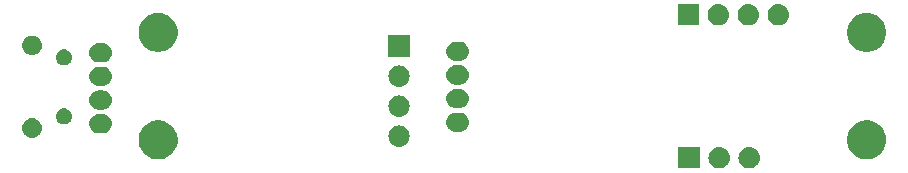
<source format=gbs>
G04 #@! TF.GenerationSoftware,KiCad,Pcbnew,(5.1.2)-1*
G04 #@! TF.CreationDate,2021-06-02T21:36:33+09:00*
G04 #@! TF.ProjectId,es,65732e6b-6963-4616-945f-706362585858,v1.3*
G04 #@! TF.SameCoordinates,Original*
G04 #@! TF.FileFunction,Soldermask,Bot*
G04 #@! TF.FilePolarity,Negative*
%FSLAX46Y46*%
G04 Gerber Fmt 4.6, Leading zero omitted, Abs format (unit mm)*
G04 Created by KiCad (PCBNEW (5.1.2)-1) date 2021-06-02 21:36:33*
%MOMM*%
%LPD*%
G04 APERTURE LIST*
%ADD10C,0.100000*%
G04 APERTURE END LIST*
D10*
G36*
X192861000Y-93401000D02*
G01*
X191059000Y-93401000D01*
X191059000Y-91599000D01*
X192861000Y-91599000D01*
X192861000Y-93401000D01*
X192861000Y-93401000D01*
G37*
G36*
X197150442Y-91605518D02*
G01*
X197216627Y-91612037D01*
X197386466Y-91663557D01*
X197542991Y-91747222D01*
X197578729Y-91776552D01*
X197680186Y-91859814D01*
X197763448Y-91961271D01*
X197792778Y-91997009D01*
X197876443Y-92153534D01*
X197927963Y-92323373D01*
X197945359Y-92500000D01*
X197927963Y-92676627D01*
X197876443Y-92846466D01*
X197792778Y-93002991D01*
X197763448Y-93038729D01*
X197680186Y-93140186D01*
X197578729Y-93223448D01*
X197542991Y-93252778D01*
X197386466Y-93336443D01*
X197216627Y-93387963D01*
X197150443Y-93394481D01*
X197084260Y-93401000D01*
X196995740Y-93401000D01*
X196929558Y-93394482D01*
X196863373Y-93387963D01*
X196693534Y-93336443D01*
X196537009Y-93252778D01*
X196501271Y-93223448D01*
X196399814Y-93140186D01*
X196316552Y-93038729D01*
X196287222Y-93002991D01*
X196203557Y-92846466D01*
X196152037Y-92676627D01*
X196134641Y-92500000D01*
X196152037Y-92323373D01*
X196203557Y-92153534D01*
X196287222Y-91997009D01*
X196316552Y-91961271D01*
X196399814Y-91859814D01*
X196501271Y-91776552D01*
X196537009Y-91747222D01*
X196693534Y-91663557D01*
X196863373Y-91612037D01*
X196929557Y-91605519D01*
X196995740Y-91599000D01*
X197084260Y-91599000D01*
X197150442Y-91605518D01*
X197150442Y-91605518D01*
G37*
G36*
X194610442Y-91605518D02*
G01*
X194676627Y-91612037D01*
X194846466Y-91663557D01*
X195002991Y-91747222D01*
X195038729Y-91776552D01*
X195140186Y-91859814D01*
X195223448Y-91961271D01*
X195252778Y-91997009D01*
X195336443Y-92153534D01*
X195387963Y-92323373D01*
X195405359Y-92500000D01*
X195387963Y-92676627D01*
X195336443Y-92846466D01*
X195252778Y-93002991D01*
X195223448Y-93038729D01*
X195140186Y-93140186D01*
X195038729Y-93223448D01*
X195002991Y-93252778D01*
X194846466Y-93336443D01*
X194676627Y-93387963D01*
X194610443Y-93394481D01*
X194544260Y-93401000D01*
X194455740Y-93401000D01*
X194389558Y-93394482D01*
X194323373Y-93387963D01*
X194153534Y-93336443D01*
X193997009Y-93252778D01*
X193961271Y-93223448D01*
X193859814Y-93140186D01*
X193776552Y-93038729D01*
X193747222Y-93002991D01*
X193663557Y-92846466D01*
X193612037Y-92676627D01*
X193594641Y-92500000D01*
X193612037Y-92323373D01*
X193663557Y-92153534D01*
X193747222Y-91997009D01*
X193776552Y-91961271D01*
X193859814Y-91859814D01*
X193961271Y-91776552D01*
X193997009Y-91747222D01*
X194153534Y-91663557D01*
X194323373Y-91612037D01*
X194389557Y-91605519D01*
X194455740Y-91599000D01*
X194544260Y-91599000D01*
X194610442Y-91605518D01*
X194610442Y-91605518D01*
G37*
G36*
X207375256Y-89391298D02*
G01*
X207481579Y-89412447D01*
X207782042Y-89536903D01*
X208052451Y-89717585D01*
X208282415Y-89947549D01*
X208463097Y-90217958D01*
X208587553Y-90518421D01*
X208608702Y-90624744D01*
X208651000Y-90837389D01*
X208651000Y-91162611D01*
X208646946Y-91182991D01*
X208587553Y-91481579D01*
X208463097Y-91782042D01*
X208282415Y-92052451D01*
X208052451Y-92282415D01*
X207782042Y-92463097D01*
X207481579Y-92587553D01*
X207375256Y-92608702D01*
X207162611Y-92651000D01*
X206837389Y-92651000D01*
X206624744Y-92608702D01*
X206518421Y-92587553D01*
X206217958Y-92463097D01*
X205947549Y-92282415D01*
X205717585Y-92052451D01*
X205536903Y-91782042D01*
X205412447Y-91481579D01*
X205353054Y-91182991D01*
X205349000Y-91162611D01*
X205349000Y-90837389D01*
X205391298Y-90624744D01*
X205412447Y-90518421D01*
X205536903Y-90217958D01*
X205717585Y-89947549D01*
X205947549Y-89717585D01*
X206217958Y-89536903D01*
X206518421Y-89412447D01*
X206624744Y-89391298D01*
X206837389Y-89349000D01*
X207162611Y-89349000D01*
X207375256Y-89391298D01*
X207375256Y-89391298D01*
G37*
G36*
X147375256Y-89391298D02*
G01*
X147481579Y-89412447D01*
X147782042Y-89536903D01*
X148052451Y-89717585D01*
X148282415Y-89947549D01*
X148463097Y-90217958D01*
X148587553Y-90518421D01*
X148608702Y-90624744D01*
X148651000Y-90837389D01*
X148651000Y-91162611D01*
X148646946Y-91182991D01*
X148587553Y-91481579D01*
X148463097Y-91782042D01*
X148282415Y-92052451D01*
X148052451Y-92282415D01*
X147782042Y-92463097D01*
X147481579Y-92587553D01*
X147375256Y-92608702D01*
X147162611Y-92651000D01*
X146837389Y-92651000D01*
X146624744Y-92608702D01*
X146518421Y-92587553D01*
X146217958Y-92463097D01*
X145947549Y-92282415D01*
X145717585Y-92052451D01*
X145536903Y-91782042D01*
X145412447Y-91481579D01*
X145353054Y-91182991D01*
X145349000Y-91162611D01*
X145349000Y-90837389D01*
X145391298Y-90624744D01*
X145412447Y-90518421D01*
X145536903Y-90217958D01*
X145717585Y-89947549D01*
X145947549Y-89717585D01*
X146217958Y-89536903D01*
X146518421Y-89412447D01*
X146624744Y-89391298D01*
X146837389Y-89349000D01*
X147162611Y-89349000D01*
X147375256Y-89391298D01*
X147375256Y-89391298D01*
G37*
G36*
X167510443Y-89785519D02*
G01*
X167576627Y-89792037D01*
X167746466Y-89843557D01*
X167902991Y-89927222D01*
X167927759Y-89947549D01*
X168040186Y-90039814D01*
X168123448Y-90141271D01*
X168152778Y-90177009D01*
X168236443Y-90333534D01*
X168287963Y-90503373D01*
X168305359Y-90680000D01*
X168287963Y-90856627D01*
X168236443Y-91026466D01*
X168152778Y-91182991D01*
X168123448Y-91218729D01*
X168040186Y-91320186D01*
X167938729Y-91403448D01*
X167902991Y-91432778D01*
X167746466Y-91516443D01*
X167576627Y-91567963D01*
X167510442Y-91574482D01*
X167444260Y-91581000D01*
X167355740Y-91581000D01*
X167289558Y-91574482D01*
X167223373Y-91567963D01*
X167053534Y-91516443D01*
X166897009Y-91432778D01*
X166861271Y-91403448D01*
X166759814Y-91320186D01*
X166676552Y-91218729D01*
X166647222Y-91182991D01*
X166563557Y-91026466D01*
X166512037Y-90856627D01*
X166494641Y-90680000D01*
X166512037Y-90503373D01*
X166563557Y-90333534D01*
X166647222Y-90177009D01*
X166676552Y-90141271D01*
X166759814Y-90039814D01*
X166872241Y-89947549D01*
X166897009Y-89927222D01*
X167053534Y-89843557D01*
X167223373Y-89792037D01*
X167289557Y-89785519D01*
X167355740Y-89779000D01*
X167444260Y-89779000D01*
X167510443Y-89785519D01*
X167510443Y-89785519D01*
G37*
G36*
X136431248Y-89179976D02*
G01*
X136491924Y-89185952D01*
X136647626Y-89233184D01*
X136647628Y-89233185D01*
X136791121Y-89309883D01*
X136916896Y-89413104D01*
X137020117Y-89538879D01*
X137088181Y-89666219D01*
X137096816Y-89682374D01*
X137144048Y-89838076D01*
X137159996Y-90000000D01*
X137144048Y-90161924D01*
X137098219Y-90313000D01*
X137096815Y-90317628D01*
X137020117Y-90461121D01*
X136916896Y-90586896D01*
X136791121Y-90690117D01*
X136647628Y-90766815D01*
X136647626Y-90766816D01*
X136491924Y-90814048D01*
X136431248Y-90820024D01*
X136370574Y-90826000D01*
X136289426Y-90826000D01*
X136228752Y-90820024D01*
X136168076Y-90814048D01*
X136012374Y-90766816D01*
X136012372Y-90766815D01*
X135868879Y-90690117D01*
X135743104Y-90586896D01*
X135639883Y-90461121D01*
X135563185Y-90317628D01*
X135561781Y-90313000D01*
X135515952Y-90161924D01*
X135500004Y-90000000D01*
X135515952Y-89838076D01*
X135563184Y-89682374D01*
X135571819Y-89666219D01*
X135639883Y-89538879D01*
X135743104Y-89413104D01*
X135868879Y-89309883D01*
X136012372Y-89233185D01*
X136012374Y-89233184D01*
X136168076Y-89185952D01*
X136228752Y-89179976D01*
X136289426Y-89174000D01*
X136370574Y-89174000D01*
X136431248Y-89179976D01*
X136431248Y-89179976D01*
G37*
G36*
X142347747Y-88810921D02*
G01*
X142427376Y-88818764D01*
X142580627Y-88865252D01*
X142580630Y-88865253D01*
X142721863Y-88940744D01*
X142845659Y-89042341D01*
X142947256Y-89166137D01*
X143022747Y-89307370D01*
X143022748Y-89307373D01*
X143069236Y-89460624D01*
X143084933Y-89620000D01*
X143069236Y-89779376D01*
X143022748Y-89932627D01*
X143022747Y-89932630D01*
X142947256Y-90073863D01*
X142845659Y-90197659D01*
X142721863Y-90299256D01*
X142580630Y-90374747D01*
X142580627Y-90374748D01*
X142427376Y-90421236D01*
X142347747Y-90429079D01*
X142307934Y-90433000D01*
X141952066Y-90433000D01*
X141912253Y-90429079D01*
X141832624Y-90421236D01*
X141679373Y-90374748D01*
X141679370Y-90374747D01*
X141538137Y-90299256D01*
X141414341Y-90197659D01*
X141312744Y-90073863D01*
X141237253Y-89932630D01*
X141237252Y-89932627D01*
X141190764Y-89779376D01*
X141175067Y-89620000D01*
X141190764Y-89460624D01*
X141237252Y-89307373D01*
X141237253Y-89307370D01*
X141312744Y-89166137D01*
X141414341Y-89042341D01*
X141538137Y-88940744D01*
X141679370Y-88865253D01*
X141679373Y-88865252D01*
X141832624Y-88818764D01*
X141912253Y-88810921D01*
X141952066Y-88807000D01*
X142307934Y-88807000D01*
X142347747Y-88810921D01*
X142347747Y-88810921D01*
G37*
G36*
X172577747Y-88690921D02*
G01*
X172657376Y-88698764D01*
X172810627Y-88745252D01*
X172810630Y-88745253D01*
X172951863Y-88820744D01*
X173075659Y-88922341D01*
X173177256Y-89046137D01*
X173252747Y-89187370D01*
X173252748Y-89187373D01*
X173299236Y-89340624D01*
X173314933Y-89500000D01*
X173299236Y-89659376D01*
X173258994Y-89792037D01*
X173252747Y-89812630D01*
X173177256Y-89953863D01*
X173075659Y-90077659D01*
X172951863Y-90179256D01*
X172810630Y-90254747D01*
X172810627Y-90254748D01*
X172657376Y-90301236D01*
X172577747Y-90309079D01*
X172537934Y-90313000D01*
X172182066Y-90313000D01*
X172142253Y-90309079D01*
X172062624Y-90301236D01*
X171909373Y-90254748D01*
X171909370Y-90254747D01*
X171768137Y-90179256D01*
X171644341Y-90077659D01*
X171542744Y-89953863D01*
X171467253Y-89812630D01*
X171461006Y-89792037D01*
X171420764Y-89659376D01*
X171405067Y-89500000D01*
X171420764Y-89340624D01*
X171467252Y-89187373D01*
X171467253Y-89187370D01*
X171542744Y-89046137D01*
X171644341Y-88922341D01*
X171768137Y-88820744D01*
X171909370Y-88745253D01*
X171909373Y-88745252D01*
X172062624Y-88698764D01*
X172142253Y-88690921D01*
X172182066Y-88687000D01*
X172537934Y-88687000D01*
X172577747Y-88690921D01*
X172577747Y-88690921D01*
G37*
G36*
X139162517Y-88333781D02*
G01*
X139289946Y-88372436D01*
X139407383Y-88435208D01*
X139510317Y-88519683D01*
X139594792Y-88622617D01*
X139657564Y-88740054D01*
X139696219Y-88867483D01*
X139709270Y-89000000D01*
X139696219Y-89132517D01*
X139657564Y-89259946D01*
X139594792Y-89377383D01*
X139510317Y-89480317D01*
X139407383Y-89564792D01*
X139289946Y-89627564D01*
X139162517Y-89666219D01*
X139063205Y-89676000D01*
X138996795Y-89676000D01*
X138897483Y-89666219D01*
X138770054Y-89627564D01*
X138652617Y-89564792D01*
X138549683Y-89480317D01*
X138465208Y-89377383D01*
X138402436Y-89259946D01*
X138363781Y-89132517D01*
X138350730Y-89000000D01*
X138363781Y-88867483D01*
X138402436Y-88740054D01*
X138465208Y-88622617D01*
X138549683Y-88519683D01*
X138652617Y-88435208D01*
X138770054Y-88372436D01*
X138897483Y-88333781D01*
X138996795Y-88324000D01*
X139063205Y-88324000D01*
X139162517Y-88333781D01*
X139162517Y-88333781D01*
G37*
G36*
X167510442Y-87245518D02*
G01*
X167576627Y-87252037D01*
X167746466Y-87303557D01*
X167902991Y-87387222D01*
X167938729Y-87416552D01*
X168040186Y-87499814D01*
X168123448Y-87601271D01*
X168152778Y-87637009D01*
X168236443Y-87793534D01*
X168287963Y-87963373D01*
X168305359Y-88140000D01*
X168287963Y-88316627D01*
X168236443Y-88486466D01*
X168236442Y-88486468D01*
X168194611Y-88564728D01*
X168152778Y-88642991D01*
X168123448Y-88678729D01*
X168040186Y-88780186D01*
X167938729Y-88863448D01*
X167902991Y-88892778D01*
X167746466Y-88976443D01*
X167576627Y-89027963D01*
X167510442Y-89034482D01*
X167444260Y-89041000D01*
X167355740Y-89041000D01*
X167289558Y-89034482D01*
X167223373Y-89027963D01*
X167053534Y-88976443D01*
X166897009Y-88892778D01*
X166861271Y-88863448D01*
X166759814Y-88780186D01*
X166676552Y-88678729D01*
X166647222Y-88642991D01*
X166605389Y-88564728D01*
X166563558Y-88486468D01*
X166563557Y-88486466D01*
X166512037Y-88316627D01*
X166494641Y-88140000D01*
X166512037Y-87963373D01*
X166563557Y-87793534D01*
X166647222Y-87637009D01*
X166676552Y-87601271D01*
X166759814Y-87499814D01*
X166861271Y-87416552D01*
X166897009Y-87387222D01*
X167053534Y-87303557D01*
X167223373Y-87252037D01*
X167289558Y-87245518D01*
X167355740Y-87239000D01*
X167444260Y-87239000D01*
X167510442Y-87245518D01*
X167510442Y-87245518D01*
G37*
G36*
X142347747Y-86810921D02*
G01*
X142427376Y-86818764D01*
X142580627Y-86865252D01*
X142580630Y-86865253D01*
X142721863Y-86940744D01*
X142845659Y-87042341D01*
X142947256Y-87166137D01*
X143022747Y-87307370D01*
X143022748Y-87307373D01*
X143069236Y-87460624D01*
X143084933Y-87620000D01*
X143069236Y-87779376D01*
X143022748Y-87932627D01*
X143022747Y-87932630D01*
X142947256Y-88073863D01*
X142845659Y-88197659D01*
X142721863Y-88299256D01*
X142580630Y-88374747D01*
X142580627Y-88374748D01*
X142427376Y-88421236D01*
X142347747Y-88429079D01*
X142307934Y-88433000D01*
X141952066Y-88433000D01*
X141912253Y-88429079D01*
X141832624Y-88421236D01*
X141679373Y-88374748D01*
X141679370Y-88374747D01*
X141538137Y-88299256D01*
X141414341Y-88197659D01*
X141312744Y-88073863D01*
X141237253Y-87932630D01*
X141237252Y-87932627D01*
X141190764Y-87779376D01*
X141175067Y-87620000D01*
X141190764Y-87460624D01*
X141237252Y-87307373D01*
X141237253Y-87307370D01*
X141312744Y-87166137D01*
X141414341Y-87042341D01*
X141538137Y-86940744D01*
X141679370Y-86865253D01*
X141679373Y-86865252D01*
X141832624Y-86818764D01*
X141912253Y-86810921D01*
X141952066Y-86807000D01*
X142307934Y-86807000D01*
X142347747Y-86810921D01*
X142347747Y-86810921D01*
G37*
G36*
X172577747Y-86690921D02*
G01*
X172657376Y-86698764D01*
X172810627Y-86745252D01*
X172810630Y-86745253D01*
X172951863Y-86820744D01*
X173075659Y-86922341D01*
X173177256Y-87046137D01*
X173252747Y-87187370D01*
X173252748Y-87187373D01*
X173299236Y-87340624D01*
X173314933Y-87500000D01*
X173299236Y-87659376D01*
X173258540Y-87793532D01*
X173252747Y-87812630D01*
X173177256Y-87953863D01*
X173075659Y-88077659D01*
X172951863Y-88179256D01*
X172810630Y-88254747D01*
X172810627Y-88254748D01*
X172657376Y-88301236D01*
X172577747Y-88309079D01*
X172537934Y-88313000D01*
X172182066Y-88313000D01*
X172142253Y-88309079D01*
X172062624Y-88301236D01*
X171909373Y-88254748D01*
X171909370Y-88254747D01*
X171768137Y-88179256D01*
X171644341Y-88077659D01*
X171542744Y-87953863D01*
X171467253Y-87812630D01*
X171461460Y-87793532D01*
X171420764Y-87659376D01*
X171405067Y-87500000D01*
X171420764Y-87340624D01*
X171467252Y-87187373D01*
X171467253Y-87187370D01*
X171542744Y-87046137D01*
X171644341Y-86922341D01*
X171768137Y-86820744D01*
X171909370Y-86745253D01*
X171909373Y-86745252D01*
X172062624Y-86698764D01*
X172142253Y-86690921D01*
X172182066Y-86687000D01*
X172537934Y-86687000D01*
X172577747Y-86690921D01*
X172577747Y-86690921D01*
G37*
G36*
X167510442Y-84705518D02*
G01*
X167576627Y-84712037D01*
X167746466Y-84763557D01*
X167902991Y-84847222D01*
X167938729Y-84876552D01*
X168040186Y-84959814D01*
X168111028Y-85046137D01*
X168152778Y-85097009D01*
X168236443Y-85253534D01*
X168287963Y-85423373D01*
X168305359Y-85600000D01*
X168287963Y-85776627D01*
X168236443Y-85946466D01*
X168152778Y-86102991D01*
X168123448Y-86138729D01*
X168040186Y-86240186D01*
X167938729Y-86323448D01*
X167902991Y-86352778D01*
X167746466Y-86436443D01*
X167576627Y-86487963D01*
X167510443Y-86494481D01*
X167444260Y-86501000D01*
X167355740Y-86501000D01*
X167289557Y-86494481D01*
X167223373Y-86487963D01*
X167053534Y-86436443D01*
X166897009Y-86352778D01*
X166861271Y-86323448D01*
X166759814Y-86240186D01*
X166676552Y-86138729D01*
X166647222Y-86102991D01*
X166563557Y-85946466D01*
X166512037Y-85776627D01*
X166494641Y-85600000D01*
X166512037Y-85423373D01*
X166563557Y-85253534D01*
X166647222Y-85097009D01*
X166688972Y-85046137D01*
X166759814Y-84959814D01*
X166861271Y-84876552D01*
X166897009Y-84847222D01*
X167053534Y-84763557D01*
X167223373Y-84712037D01*
X167289558Y-84705518D01*
X167355740Y-84699000D01*
X167444260Y-84699000D01*
X167510442Y-84705518D01*
X167510442Y-84705518D01*
G37*
G36*
X142347747Y-84810921D02*
G01*
X142427376Y-84818764D01*
X142580627Y-84865252D01*
X142580630Y-84865253D01*
X142721863Y-84940744D01*
X142845659Y-85042341D01*
X142947256Y-85166137D01*
X143022747Y-85307370D01*
X143022748Y-85307373D01*
X143069236Y-85460624D01*
X143084933Y-85620000D01*
X143069236Y-85779376D01*
X143022748Y-85932627D01*
X143022747Y-85932630D01*
X142947256Y-86073863D01*
X142845659Y-86197659D01*
X142721863Y-86299256D01*
X142580630Y-86374747D01*
X142580627Y-86374748D01*
X142427376Y-86421236D01*
X142347747Y-86429079D01*
X142307934Y-86433000D01*
X141952066Y-86433000D01*
X141912253Y-86429079D01*
X141832624Y-86421236D01*
X141679373Y-86374748D01*
X141679370Y-86374747D01*
X141538137Y-86299256D01*
X141414341Y-86197659D01*
X141312744Y-86073863D01*
X141237253Y-85932630D01*
X141237252Y-85932627D01*
X141190764Y-85779376D01*
X141175067Y-85620000D01*
X141190764Y-85460624D01*
X141237252Y-85307373D01*
X141237253Y-85307370D01*
X141312744Y-85166137D01*
X141414341Y-85042341D01*
X141538137Y-84940744D01*
X141679370Y-84865253D01*
X141679373Y-84865252D01*
X141832624Y-84818764D01*
X141912253Y-84810921D01*
X141952066Y-84807000D01*
X142307934Y-84807000D01*
X142347747Y-84810921D01*
X142347747Y-84810921D01*
G37*
G36*
X172577747Y-84690921D02*
G01*
X172657376Y-84698764D01*
X172810627Y-84745252D01*
X172810630Y-84745253D01*
X172951863Y-84820744D01*
X173075659Y-84922341D01*
X173177256Y-85046137D01*
X173252747Y-85187370D01*
X173252748Y-85187373D01*
X173299236Y-85340624D01*
X173314933Y-85500000D01*
X173299236Y-85659376D01*
X173252748Y-85812627D01*
X173252747Y-85812630D01*
X173177256Y-85953863D01*
X173075659Y-86077659D01*
X172951863Y-86179256D01*
X172810630Y-86254747D01*
X172810627Y-86254748D01*
X172657376Y-86301236D01*
X172577747Y-86309079D01*
X172537934Y-86313000D01*
X172182066Y-86313000D01*
X172142253Y-86309079D01*
X172062624Y-86301236D01*
X171909373Y-86254748D01*
X171909370Y-86254747D01*
X171768137Y-86179256D01*
X171644341Y-86077659D01*
X171542744Y-85953863D01*
X171467253Y-85812630D01*
X171467252Y-85812627D01*
X171420764Y-85659376D01*
X171405067Y-85500000D01*
X171420764Y-85340624D01*
X171467252Y-85187373D01*
X171467253Y-85187370D01*
X171542744Y-85046137D01*
X171644341Y-84922341D01*
X171768137Y-84820744D01*
X171909370Y-84745253D01*
X171909373Y-84745252D01*
X172062624Y-84698764D01*
X172142253Y-84690921D01*
X172182066Y-84687000D01*
X172537934Y-84687000D01*
X172577747Y-84690921D01*
X172577747Y-84690921D01*
G37*
G36*
X139162517Y-83333781D02*
G01*
X139289946Y-83372436D01*
X139407383Y-83435208D01*
X139510317Y-83519683D01*
X139594792Y-83622617D01*
X139657564Y-83740054D01*
X139696219Y-83867483D01*
X139709270Y-84000000D01*
X139696219Y-84132517D01*
X139657564Y-84259946D01*
X139594792Y-84377383D01*
X139510317Y-84480317D01*
X139407383Y-84564792D01*
X139289946Y-84627564D01*
X139162517Y-84666219D01*
X139063205Y-84676000D01*
X138996795Y-84676000D01*
X138897483Y-84666219D01*
X138770054Y-84627564D01*
X138652617Y-84564792D01*
X138549683Y-84480317D01*
X138465208Y-84377383D01*
X138402436Y-84259946D01*
X138363781Y-84132517D01*
X138350730Y-84000000D01*
X138363781Y-83867483D01*
X138402436Y-83740054D01*
X138465208Y-83622617D01*
X138549683Y-83519683D01*
X138652617Y-83435208D01*
X138770054Y-83372436D01*
X138897483Y-83333781D01*
X138996795Y-83324000D01*
X139063205Y-83324000D01*
X139162517Y-83333781D01*
X139162517Y-83333781D01*
G37*
G36*
X142347747Y-82810921D02*
G01*
X142427376Y-82818764D01*
X142580627Y-82865252D01*
X142580630Y-82865253D01*
X142721863Y-82940744D01*
X142845659Y-83042341D01*
X142947256Y-83166137D01*
X143022747Y-83307370D01*
X143022748Y-83307373D01*
X143069236Y-83460624D01*
X143084933Y-83620000D01*
X143069236Y-83779376D01*
X143042509Y-83867483D01*
X143022747Y-83932630D01*
X142947256Y-84073863D01*
X142845659Y-84197659D01*
X142721863Y-84299256D01*
X142580630Y-84374747D01*
X142580627Y-84374748D01*
X142427376Y-84421236D01*
X142347747Y-84429079D01*
X142307934Y-84433000D01*
X141952066Y-84433000D01*
X141912253Y-84429079D01*
X141832624Y-84421236D01*
X141679373Y-84374748D01*
X141679370Y-84374747D01*
X141538137Y-84299256D01*
X141414341Y-84197659D01*
X141312744Y-84073863D01*
X141237253Y-83932630D01*
X141217491Y-83867483D01*
X141190764Y-83779376D01*
X141175067Y-83620000D01*
X141190764Y-83460624D01*
X141237252Y-83307373D01*
X141237253Y-83307370D01*
X141312744Y-83166137D01*
X141414341Y-83042341D01*
X141538137Y-82940744D01*
X141679370Y-82865253D01*
X141679373Y-82865252D01*
X141832624Y-82818764D01*
X141912253Y-82810921D01*
X141952066Y-82807000D01*
X142307934Y-82807000D01*
X142347747Y-82810921D01*
X142347747Y-82810921D01*
G37*
G36*
X172577747Y-82690921D02*
G01*
X172657376Y-82698764D01*
X172810627Y-82745252D01*
X172810630Y-82745253D01*
X172951863Y-82820744D01*
X173075659Y-82922341D01*
X173177256Y-83046137D01*
X173252747Y-83187370D01*
X173252748Y-83187373D01*
X173299236Y-83340624D01*
X173314933Y-83500000D01*
X173299236Y-83659376D01*
X173252748Y-83812627D01*
X173252747Y-83812630D01*
X173177256Y-83953863D01*
X173075659Y-84077659D01*
X172951863Y-84179256D01*
X172810630Y-84254747D01*
X172810627Y-84254748D01*
X172657376Y-84301236D01*
X172577747Y-84309079D01*
X172537934Y-84313000D01*
X172182066Y-84313000D01*
X172142253Y-84309079D01*
X172062624Y-84301236D01*
X171909373Y-84254748D01*
X171909370Y-84254747D01*
X171768137Y-84179256D01*
X171644341Y-84077659D01*
X171542744Y-83953863D01*
X171467253Y-83812630D01*
X171467252Y-83812627D01*
X171420764Y-83659376D01*
X171405067Y-83500000D01*
X171420764Y-83340624D01*
X171467252Y-83187373D01*
X171467253Y-83187370D01*
X171542744Y-83046137D01*
X171644341Y-82922341D01*
X171768137Y-82820744D01*
X171909370Y-82745253D01*
X171909373Y-82745252D01*
X172062624Y-82698764D01*
X172142253Y-82690921D01*
X172182066Y-82687000D01*
X172537934Y-82687000D01*
X172577747Y-82690921D01*
X172577747Y-82690921D01*
G37*
G36*
X168301000Y-83961000D02*
G01*
X166499000Y-83961000D01*
X166499000Y-82159000D01*
X168301000Y-82159000D01*
X168301000Y-83961000D01*
X168301000Y-83961000D01*
G37*
G36*
X136431248Y-82179976D02*
G01*
X136491924Y-82185952D01*
X136647626Y-82233184D01*
X136647628Y-82233185D01*
X136791121Y-82309883D01*
X136916896Y-82413104D01*
X137020117Y-82538879D01*
X137096639Y-82682042D01*
X137096816Y-82682374D01*
X137144048Y-82838076D01*
X137159996Y-83000000D01*
X137144048Y-83161924D01*
X137136328Y-83187373D01*
X137096815Y-83317628D01*
X137020117Y-83461121D01*
X136916896Y-83586896D01*
X136791121Y-83690117D01*
X136647628Y-83766815D01*
X136647626Y-83766816D01*
X136491924Y-83814048D01*
X136431248Y-83820024D01*
X136370574Y-83826000D01*
X136289426Y-83826000D01*
X136228752Y-83820024D01*
X136168076Y-83814048D01*
X136012374Y-83766816D01*
X136012372Y-83766815D01*
X135868879Y-83690117D01*
X135743104Y-83586896D01*
X135639883Y-83461121D01*
X135563185Y-83317628D01*
X135523672Y-83187373D01*
X135515952Y-83161924D01*
X135500004Y-83000000D01*
X135515952Y-82838076D01*
X135563184Y-82682374D01*
X135563361Y-82682042D01*
X135639883Y-82538879D01*
X135743104Y-82413104D01*
X135868879Y-82309883D01*
X136012372Y-82233185D01*
X136012374Y-82233184D01*
X136168076Y-82185952D01*
X136228752Y-82179976D01*
X136289426Y-82174000D01*
X136370574Y-82174000D01*
X136431248Y-82179976D01*
X136431248Y-82179976D01*
G37*
G36*
X207375256Y-80291298D02*
G01*
X207481579Y-80312447D01*
X207782042Y-80436903D01*
X208052451Y-80617585D01*
X208282415Y-80847549D01*
X208463097Y-81117958D01*
X208587553Y-81418421D01*
X208651000Y-81737391D01*
X208651000Y-82062609D01*
X208587553Y-82381579D01*
X208463097Y-82682042D01*
X208282415Y-82952451D01*
X208052451Y-83182415D01*
X207782042Y-83363097D01*
X207481579Y-83487553D01*
X207375256Y-83508702D01*
X207162611Y-83551000D01*
X206837389Y-83551000D01*
X206624744Y-83508702D01*
X206518421Y-83487553D01*
X206217958Y-83363097D01*
X205947549Y-83182415D01*
X205717585Y-82952451D01*
X205536903Y-82682042D01*
X205412447Y-82381579D01*
X205349000Y-82062609D01*
X205349000Y-81737391D01*
X205412447Y-81418421D01*
X205536903Y-81117958D01*
X205717585Y-80847549D01*
X205947549Y-80617585D01*
X206217958Y-80436903D01*
X206518421Y-80312447D01*
X206624744Y-80291298D01*
X206837389Y-80249000D01*
X207162611Y-80249000D01*
X207375256Y-80291298D01*
X207375256Y-80291298D01*
G37*
G36*
X147375256Y-80291298D02*
G01*
X147481579Y-80312447D01*
X147782042Y-80436903D01*
X148052451Y-80617585D01*
X148282415Y-80847549D01*
X148463097Y-81117958D01*
X148587553Y-81418421D01*
X148651000Y-81737391D01*
X148651000Y-82062609D01*
X148587553Y-82381579D01*
X148463097Y-82682042D01*
X148282415Y-82952451D01*
X148052451Y-83182415D01*
X147782042Y-83363097D01*
X147481579Y-83487553D01*
X147375256Y-83508702D01*
X147162611Y-83551000D01*
X146837389Y-83551000D01*
X146624744Y-83508702D01*
X146518421Y-83487553D01*
X146217958Y-83363097D01*
X145947549Y-83182415D01*
X145717585Y-82952451D01*
X145536903Y-82682042D01*
X145412447Y-82381579D01*
X145349000Y-82062609D01*
X145349000Y-81737391D01*
X145412447Y-81418421D01*
X145536903Y-81117958D01*
X145717585Y-80847549D01*
X145947549Y-80617585D01*
X146217958Y-80436903D01*
X146518421Y-80312447D01*
X146624744Y-80291298D01*
X146837389Y-80249000D01*
X147162611Y-80249000D01*
X147375256Y-80291298D01*
X147375256Y-80291298D01*
G37*
G36*
X192801000Y-81301000D02*
G01*
X190999000Y-81301000D01*
X190999000Y-79499000D01*
X192801000Y-79499000D01*
X192801000Y-81301000D01*
X192801000Y-81301000D01*
G37*
G36*
X194550443Y-79505519D02*
G01*
X194616627Y-79512037D01*
X194786466Y-79563557D01*
X194942991Y-79647222D01*
X194978729Y-79676552D01*
X195080186Y-79759814D01*
X195163448Y-79861271D01*
X195192778Y-79897009D01*
X195276443Y-80053534D01*
X195327963Y-80223373D01*
X195345359Y-80400000D01*
X195327963Y-80576627D01*
X195276443Y-80746466D01*
X195192778Y-80902991D01*
X195163448Y-80938729D01*
X195080186Y-81040186D01*
X194985419Y-81117958D01*
X194942991Y-81152778D01*
X194786466Y-81236443D01*
X194616627Y-81287963D01*
X194550442Y-81294482D01*
X194484260Y-81301000D01*
X194395740Y-81301000D01*
X194329558Y-81294482D01*
X194263373Y-81287963D01*
X194093534Y-81236443D01*
X193937009Y-81152778D01*
X193894581Y-81117958D01*
X193799814Y-81040186D01*
X193716552Y-80938729D01*
X193687222Y-80902991D01*
X193603557Y-80746466D01*
X193552037Y-80576627D01*
X193534641Y-80400000D01*
X193552037Y-80223373D01*
X193603557Y-80053534D01*
X193687222Y-79897009D01*
X193716552Y-79861271D01*
X193799814Y-79759814D01*
X193901271Y-79676552D01*
X193937009Y-79647222D01*
X194093534Y-79563557D01*
X194263373Y-79512037D01*
X194329557Y-79505519D01*
X194395740Y-79499000D01*
X194484260Y-79499000D01*
X194550443Y-79505519D01*
X194550443Y-79505519D01*
G37*
G36*
X197090443Y-79505519D02*
G01*
X197156627Y-79512037D01*
X197326466Y-79563557D01*
X197482991Y-79647222D01*
X197518729Y-79676552D01*
X197620186Y-79759814D01*
X197703448Y-79861271D01*
X197732778Y-79897009D01*
X197816443Y-80053534D01*
X197867963Y-80223373D01*
X197885359Y-80400000D01*
X197867963Y-80576627D01*
X197816443Y-80746466D01*
X197732778Y-80902991D01*
X197703448Y-80938729D01*
X197620186Y-81040186D01*
X197525419Y-81117958D01*
X197482991Y-81152778D01*
X197326466Y-81236443D01*
X197156627Y-81287963D01*
X197090442Y-81294482D01*
X197024260Y-81301000D01*
X196935740Y-81301000D01*
X196869558Y-81294482D01*
X196803373Y-81287963D01*
X196633534Y-81236443D01*
X196477009Y-81152778D01*
X196434581Y-81117958D01*
X196339814Y-81040186D01*
X196256552Y-80938729D01*
X196227222Y-80902991D01*
X196143557Y-80746466D01*
X196092037Y-80576627D01*
X196074641Y-80400000D01*
X196092037Y-80223373D01*
X196143557Y-80053534D01*
X196227222Y-79897009D01*
X196256552Y-79861271D01*
X196339814Y-79759814D01*
X196441271Y-79676552D01*
X196477009Y-79647222D01*
X196633534Y-79563557D01*
X196803373Y-79512037D01*
X196869557Y-79505519D01*
X196935740Y-79499000D01*
X197024260Y-79499000D01*
X197090443Y-79505519D01*
X197090443Y-79505519D01*
G37*
G36*
X199630443Y-79505519D02*
G01*
X199696627Y-79512037D01*
X199866466Y-79563557D01*
X200022991Y-79647222D01*
X200058729Y-79676552D01*
X200160186Y-79759814D01*
X200243448Y-79861271D01*
X200272778Y-79897009D01*
X200356443Y-80053534D01*
X200407963Y-80223373D01*
X200425359Y-80400000D01*
X200407963Y-80576627D01*
X200356443Y-80746466D01*
X200272778Y-80902991D01*
X200243448Y-80938729D01*
X200160186Y-81040186D01*
X200065419Y-81117958D01*
X200022991Y-81152778D01*
X199866466Y-81236443D01*
X199696627Y-81287963D01*
X199630442Y-81294482D01*
X199564260Y-81301000D01*
X199475740Y-81301000D01*
X199409558Y-81294482D01*
X199343373Y-81287963D01*
X199173534Y-81236443D01*
X199017009Y-81152778D01*
X198974581Y-81117958D01*
X198879814Y-81040186D01*
X198796552Y-80938729D01*
X198767222Y-80902991D01*
X198683557Y-80746466D01*
X198632037Y-80576627D01*
X198614641Y-80400000D01*
X198632037Y-80223373D01*
X198683557Y-80053534D01*
X198767222Y-79897009D01*
X198796552Y-79861271D01*
X198879814Y-79759814D01*
X198981271Y-79676552D01*
X199017009Y-79647222D01*
X199173534Y-79563557D01*
X199343373Y-79512037D01*
X199409557Y-79505519D01*
X199475740Y-79499000D01*
X199564260Y-79499000D01*
X199630443Y-79505519D01*
X199630443Y-79505519D01*
G37*
M02*

</source>
